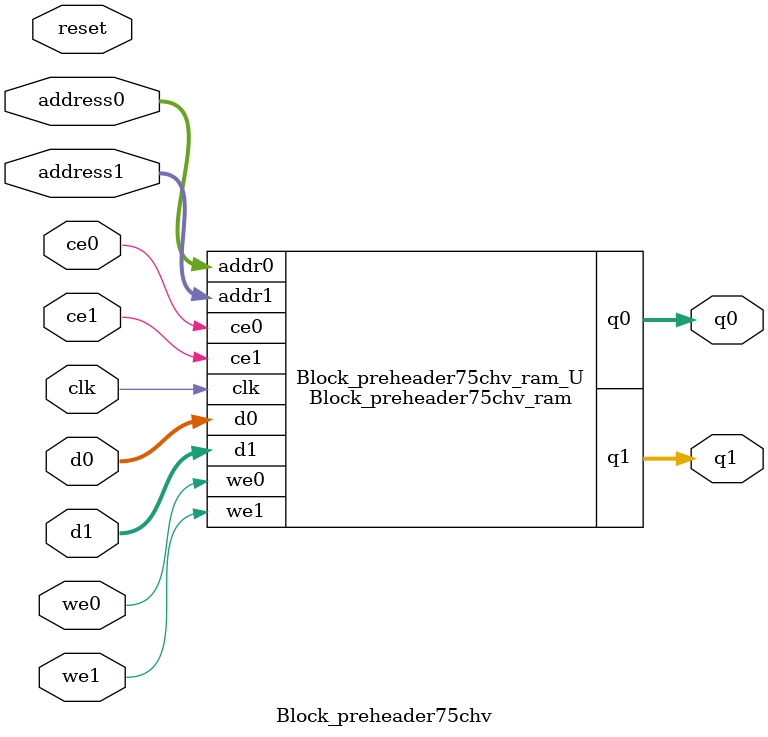
<source format=v>
`timescale 1 ns / 1 ps
module Block_preheader75chv_ram (addr0, ce0, d0, we0, q0, addr1, ce1, d1, we1, q1,  clk);

parameter DWIDTH = 5;
parameter AWIDTH = 13;
parameter MEM_SIZE = 8064;

input[AWIDTH-1:0] addr0;
input ce0;
input[DWIDTH-1:0] d0;
input we0;
output reg[DWIDTH-1:0] q0;
input[AWIDTH-1:0] addr1;
input ce1;
input[DWIDTH-1:0] d1;
input we1;
output reg[DWIDTH-1:0] q1;
input clk;

(* ram_style = "block" *)reg [DWIDTH-1:0] ram[0:MEM_SIZE-1];




always @(posedge clk)  
begin 
    if (ce0) begin
        if (we0) 
            ram[addr0] <= d0; 
        q0 <= ram[addr0];
    end
end


always @(posedge clk)  
begin 
    if (ce1) begin
        if (we1) 
            ram[addr1] <= d1; 
        q1 <= ram[addr1];
    end
end


endmodule

`timescale 1 ns / 1 ps
module Block_preheader75chv(
    reset,
    clk,
    address0,
    ce0,
    we0,
    d0,
    q0,
    address1,
    ce1,
    we1,
    d1,
    q1);

parameter DataWidth = 32'd5;
parameter AddressRange = 32'd8064;
parameter AddressWidth = 32'd13;
input reset;
input clk;
input[AddressWidth - 1:0] address0;
input ce0;
input we0;
input[DataWidth - 1:0] d0;
output[DataWidth - 1:0] q0;
input[AddressWidth - 1:0] address1;
input ce1;
input we1;
input[DataWidth - 1:0] d1;
output[DataWidth - 1:0] q1;



Block_preheader75chv_ram Block_preheader75chv_ram_U(
    .clk( clk ),
    .addr0( address0 ),
    .ce0( ce0 ),
    .we0( we0 ),
    .d0( d0 ),
    .q0( q0 ),
    .addr1( address1 ),
    .ce1( ce1 ),
    .we1( we1 ),
    .d1( d1 ),
    .q1( q1 ));

endmodule


</source>
